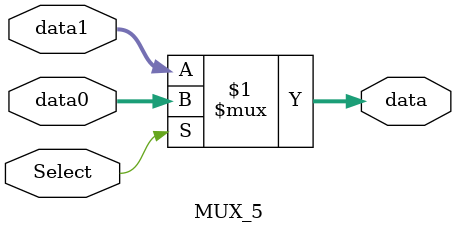
<source format=v>
`timescale 1ns / 1ps


module MUX_5(
    input Select,
    input [4 : 0] data0,
    input [4 : 0] data1,
    output [4 : 0] data
    );
    
    assign data = Select ? data0 : data1;

endmodule

</source>
